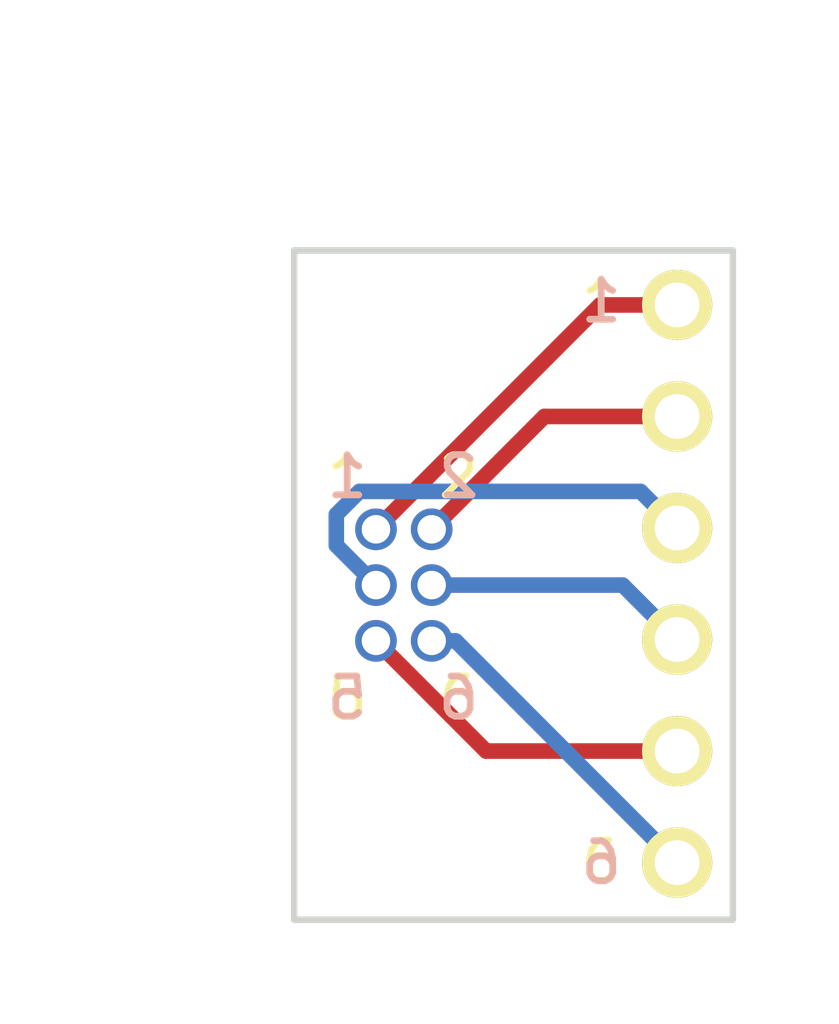
<source format=kicad_pcb>
(kicad_pcb (version 20171130) (host pcbnew "(5.1.5)-3")

  (general
    (thickness 1.6)
    (drawings 36)
    (tracks 15)
    (zones 0)
    (modules 2)
    (nets 7)
  )

  (page A4)
  (layers
    (0 F.Cu signal)
    (31 B.Cu signal)
    (32 B.Adhes user)
    (33 F.Adhes user)
    (34 B.Paste user)
    (35 F.Paste user)
    (36 B.SilkS user)
    (37 F.SilkS user)
    (38 B.Mask user)
    (39 F.Mask user)
    (40 Dwgs.User user)
    (41 Cmts.User user hide)
    (42 Eco1.User user)
    (43 Eco2.User user)
    (44 Edge.Cuts user)
    (45 Margin user)
    (46 B.CrtYd user)
    (47 F.CrtYd user)
    (48 B.Fab user)
    (49 F.Fab user)
  )

  (setup
    (last_trace_width 0.3556)
    (trace_clearance 0.2032)
    (zone_clearance 0.1524)
    (zone_45_only no)
    (trace_min 0.2)
    (via_size 1)
    (via_drill 0.5)
    (via_min_size 0.4)
    (via_min_drill 0.3)
    (uvia_size 0.3)
    (uvia_drill 0.1)
    (uvias_allowed no)
    (uvia_min_size 0.2)
    (uvia_min_drill 0.1)
    (edge_width 0.15)
    (segment_width 0.15)
    (pcb_text_width 0.3)
    (pcb_text_size 1.5 1.5)
    (mod_edge_width 0.15)
    (mod_text_size 1 1)
    (mod_text_width 0.15)
    (pad_size 1.524 1.524)
    (pad_drill 0.762)
    (pad_to_mask_clearance 0.2)
    (aux_axis_origin 0 0)
    (visible_elements 7FFFFF7F)
    (pcbplotparams
      (layerselection 0x010f0_ffffffff)
      (usegerberextensions true)
      (usegerberattributes false)
      (usegerberadvancedattributes false)
      (creategerberjobfile false)
      (excludeedgelayer true)
      (linewidth 0.100000)
      (plotframeref false)
      (viasonmask false)
      (mode 1)
      (useauxorigin false)
      (hpglpennumber 1)
      (hpglpenspeed 20)
      (hpglpendiameter 15.000000)
      (psnegative false)
      (psa4output false)
      (plotreference true)
      (plotvalue true)
      (plotinvisibletext false)
      (padsonsilk false)
      (subtractmaskfromsilk true)
      (outputformat 1)
      (mirror false)
      (drillshape 0)
      (scaleselection 1)
      (outputdirectory "gerber/"))
  )

  (net 0 "")
  (net 1 /1)
  (net 2 /2)
  (net 3 /3)
  (net 4 /4)
  (net 5 /5)
  (net 6 /6)

  (net_class Default "これはデフォルトのネット クラスです。"
    (clearance 0.2032)
    (trace_width 0.3556)
    (via_dia 1)
    (via_drill 0.5)
    (uvia_dia 0.3)
    (uvia_drill 0.1)
    (add_net /1)
    (add_net /2)
    (add_net /3)
    (add_net /4)
    (add_net /5)
    (add_net /6)
  )

  (module user:USER_DILhalf_3X2_NoSilk (layer F.Cu) (tedit 5EAA12D1) (tstamp 5EAA85B6)
    (at 52.5 132.25)
    (path /5C2842FE)
    (fp_text reference J1 (at 0 -2.667) (layer Dwgs.User) hide
      (effects (font (size 1.016 1.016) (thickness 0.1778)))
    )
    (fp_text value 1.27_2x3P (at 0 2.667) (layer Dwgs.User) hide
      (effects (font (size 0.9144 0.9144) (thickness 0.1524)))
    )
    (fp_line (start 1.27 -1.905) (end 1.27 1.905) (layer Dwgs.User) (width 0.1))
    (fp_line (start 1.27 1.905) (end -1.27 1.905) (layer Dwgs.User) (width 0.1))
    (fp_line (start -1.27 1.905) (end -1.27 -1.905) (layer Dwgs.User) (width 0.1))
    (fp_line (start -1.27 -1.905) (end 1.27 -1.905) (layer Dwgs.User) (width 0.1))
    (fp_line (start -2.5 5.005) (end 2.5 5.005) (layer Dwgs.User) (width 0.15))
    (fp_line (start -2.5 -5.005) (end -2.5 5.005) (layer Dwgs.User) (width 0.15))
    (fp_line (start 2.5 -5.005) (end -2.5 -5.005) (layer Dwgs.User) (width 0.15))
    (fp_line (start 2.5 5.005) (end 2.5 -5.005) (layer Dwgs.User) (width 0.15))
    (pad 1 thru_hole circle (at -0.635 -1.27) (size 0.95 0.95) (drill 0.65) (layers *.Cu *.Mask)
      (net 1 /1))
    (pad 2 thru_hole circle (at 0.635 -1.27) (size 0.95 0.95) (drill 0.65) (layers *.Cu *.Mask)
      (net 2 /2))
    (pad 3 thru_hole circle (at -0.635 0) (size 0.95 0.95) (drill 0.65) (layers *.Cu *.Mask)
      (net 3 /3))
    (pad 4 thru_hole circle (at 0.635 0) (size 0.95 0.95) (drill 0.65) (layers *.Cu *.Mask)
      (net 4 /4))
    (pad 5 thru_hole circle (at -0.635 1.27) (size 0.95 0.95) (drill 0.65) (layers *.Cu *.Mask)
      (net 5 /5))
    (pad 6 thru_hole circle (at 0.635 1.27) (size 0.95 0.95) (drill 0.65) (layers *.Cu *.Mask)
      (net 6 /6))
  )

  (module user:USER_SIL-6_NoSilk (layer F.Cu) (tedit 5AEDBC8C) (tstamp 5EAA85C7)
    (at 58.73 132.22 270)
    (descr "Connecteur 3 pins")
    (tags "CONN DEV")
    (path /5C285000)
    (fp_text reference J2 (at 0 -2.032 90) (layer F.SilkS) hide
      (effects (font (size 1.016 1.016) (thickness 0.1778)))
    )
    (fp_text value 2.54_1x6P (at 0 2.54 90) (layer F.SilkS) hide
      (effects (font (size 1.016 1.016) (thickness 0.1778)))
    )
    (fp_line (start -7.62 1.27) (end -7.62 -1.27) (layer F.Fab) (width 0.3048))
    (fp_line (start -7.62 -1.27) (end 7.62 -1.27) (layer F.Fab) (width 0.3048))
    (fp_line (start 7.62 -1.27) (end 7.62 1.27) (layer F.Fab) (width 0.3048))
    (fp_line (start 7.62 1.27) (end -7.62 1.27) (layer F.Fab) (width 0.3048))
    (pad 1 thru_hole circle (at -6.35 0 270) (size 1.6 1.6) (drill 1.02) (layers *.Cu *.Mask F.SilkS)
      (net 1 /1))
    (pad 2 thru_hole circle (at -3.81 0 270) (size 1.6 1.6) (drill 1.02) (layers *.Cu *.Mask F.SilkS)
      (net 2 /2))
    (pad 3 thru_hole circle (at -1.27 0 270) (size 1.6 1.6) (drill 1.02) (layers *.Cu *.Mask F.SilkS)
      (net 3 /3))
    (pad 4 thru_hole circle (at 1.27 0 270) (size 1.6 1.6) (drill 1.02) (layers *.Cu *.Mask F.SilkS)
      (net 4 /4))
    (pad 5 thru_hole circle (at 3.81 0 270) (size 1.6 1.6) (drill 1.02) (layers *.Cu *.Mask F.SilkS)
      (net 5 /5))
    (pad 6 thru_hole circle (at 6.35 0 270) (size 1.6 1.6) (drill 1.02) (layers *.Cu *.Mask F.SilkS)
      (net 6 /6))
  )

  (dimension 15.24 (width 0.15) (layer Dwgs.User)
    (gr_text 15.24 (at 46.96 132.25 90) (layer Dwgs.User)
      (effects (font (size 1 1) (thickness 0.15)))
    )
    (feature1 (pts (xy 50 124.63) (xy 47.673579 124.63)))
    (feature2 (pts (xy 50 139.87) (xy 47.673579 139.87)))
    (crossbar (pts (xy 48.26 139.87) (xy 48.26 124.63)))
    (arrow1a (pts (xy 48.26 124.63) (xy 48.846421 125.756504)))
    (arrow1b (pts (xy 48.26 124.63) (xy 47.673579 125.756504)))
    (arrow2a (pts (xy 48.26 139.87) (xy 48.846421 138.743496)))
    (arrow2b (pts (xy 48.26 139.87) (xy 47.673579 138.743496)))
  )
  (dimension 10 (width 0.15) (layer Dwgs.User)
    (gr_text 10 (at 55 142.904999) (layer Dwgs.User)
      (effects (font (size 1 1) (thickness 0.15)))
    )
    (feature1 (pts (xy 60 139.87) (xy 60 142.19142)))
    (feature2 (pts (xy 50 139.87) (xy 50 142.19142)))
    (crossbar (pts (xy 50 141.604999) (xy 60 141.604999)))
    (arrow1a (pts (xy 60 141.604999) (xy 58.873496 142.19142)))
    (arrow1b (pts (xy 60 141.604999) (xy 58.873496 141.018578)))
    (arrow2a (pts (xy 50 141.604999) (xy 51.126504 142.19142)))
    (arrow2b (pts (xy 50 141.604999) (xy 51.126504 141.018578)))
  )
  (gr_text 2.5 (at 51.8 140.59) (layer F.CrtYd) (tstamp 5EAAC298)
    (effects (font (size 1.5 1.5) (thickness 0.3)))
  )
  (gr_line (start 52.49 139) (end 53.02 138.49) (angle 90) (layer F.CrtYd) (width 0.1))
  (gr_line (start 52.49 139) (end 53.04 139.53) (angle 90) (layer F.CrtYd) (width 0.1))
  (gr_line (start 52.5 139) (end 54.28 139) (angle 90) (layer F.CrtYd) (width 0.1))
  (gr_line (start 50 139.01) (end 49.6 138.61) (angle 90) (layer F.CrtYd) (width 0.1))
  (gr_line (start 50.01 139) (end 49.6 139.39) (angle 90) (layer F.CrtYd) (width 0.1))
  (gr_line (start 50 139) (end 48.26 139) (angle 90) (layer F.CrtYd) (width 0.1))
  (gr_line (start 50 132.22) (end 50 139) (angle 90) (layer F.CrtYd) (width 0.1))
  (gr_line (start 52.5 132.22) (end 52.5 139) (angle 90) (layer F.CrtYd) (width 0.1))
  (gr_text 1.27 (at 59.64 120.33) (layer F.CrtYd)
    (effects (font (size 1.5 1.5) (thickness 0.3)))
  )
  (gr_line (start 60.01 121.78) (end 60.31 122.11) (angle 90) (layer F.CrtYd) (width 0.1))
  (gr_line (start 60.03 121.8) (end 60.3 121.5) (angle 90) (layer F.CrtYd) (width 0.1))
  (gr_line (start 60.01 121.79) (end 60.9 121.79) (angle 90) (layer F.CrtYd) (width 0.1))
  (gr_line (start 58.73 121.79) (end 58.46 121.51) (angle 90) (layer F.CrtYd) (width 0.1))
  (gr_line (start 58.73 121.79) (end 58.44 122.1) (angle 90) (layer F.CrtYd) (width 0.1))
  (gr_line (start 58.72 121.79) (end 57.73 121.79) (angle 90) (layer F.CrtYd) (width 0.1))
  (gr_line (start 60 124.6) (end 60 121.39) (angle 90) (layer F.CrtYd) (width 0.1))
  (gr_line (start 58.73 124.6) (end 58.73 121.39) (angle 90) (layer F.CrtYd) (width 0.1))
  (gr_line (start 50 139.87) (end 60 139.87) (angle 90) (layer Edge.Cuts) (width 0.15))
  (gr_line (start 50 124.63) (end 60 124.63) (angle 90) (layer Edge.Cuts) (width 0.15))
  (gr_line (start 50 124.63) (end 50 139.87) (angle 90) (layer Edge.Cuts) (width 0.15) (tstamp 5C285847))
  (gr_line (start 60 139.87) (end 60 124.63) (angle 90) (layer Edge.Cuts) (width 0.15) (tstamp 5C285845))
  (gr_text 1 (at 51.21 129.78) (layer F.SilkS) (tstamp 5C285843)
    (effects (font (size 0.9144 0.9144) (thickness 0.1524)))
  )
  (gr_text 2 (at 53.75 129.78) (layer F.SilkS) (tstamp 5C285842)
    (effects (font (size 0.9144 0.9144) (thickness 0.1524)))
  )
  (gr_text 5 (at 51.21 134.82) (layer F.SilkS) (tstamp 5C285841)
    (effects (font (size 0.9144 0.9144) (thickness 0.1524)))
  )
  (gr_text 6 (at 53.75 134.82) (layer F.SilkS) (tstamp 5C285840)
    (effects (font (size 0.9144 0.9144) (thickness 0.1524)))
  )
  (gr_text 1 (at 57 125.78) (layer F.SilkS) (tstamp 5C28583F)
    (effects (font (size 0.9144 0.9144) (thickness 0.1524)))
  )
  (gr_text 6 (at 57 138.557) (layer F.SilkS) (tstamp 5C28583E)
    (effects (font (size 0.9144 0.9144) (thickness 0.1524)))
  )
  (gr_text 1 (at 57 125.78) (layer B.SilkS) (tstamp 5C28583D)
    (effects (font (size 0.9144 0.9144) (thickness 0.1524)) (justify mirror))
  )
  (gr_text 6 (at 57 138.57) (layer B.SilkS) (tstamp 5C855BCA)
    (effects (font (size 0.9144 0.9144) (thickness 0.1524)) (justify mirror))
  )
  (gr_text 2 (at 53.75 129.78) (layer B.SilkS) (tstamp 5C28583B)
    (effects (font (size 0.9144 0.9144) (thickness 0.1524)) (justify mirror))
  )
  (gr_text 1 (at 51.21 129.78) (layer B.SilkS) (tstamp 5C28583A)
    (effects (font (size 0.9144 0.9144) (thickness 0.1524)) (justify mirror))
  )
  (gr_text 5 (at 51.21 134.82) (layer B.SilkS) (tstamp 5C285839)
    (effects (font (size 0.9144 0.9144) (thickness 0.1524)) (justify mirror))
  )
  (gr_text 6 (at 53.75 134.82) (layer B.SilkS) (tstamp 5C285838)
    (effects (font (size 0.9144 0.9144) (thickness 0.1524)) (justify mirror))
  )

  (segment (start 58.73 125.87) (end 56.975 125.87) (width 0.3556) (layer F.Cu) (net 1))
  (segment (start 56.975 125.87) (end 51.865 130.98) (width 0.3556) (layer F.Cu) (net 1))
  (segment (start 58.73 128.41) (end 55.705 128.41) (width 0.3556) (layer F.Cu) (net 2))
  (segment (start 55.705 128.41) (end 53.135 130.98) (width 0.3556) (layer F.Cu) (net 2))
  (segment (start 58.73 130.95) (end 57.897 130.117) (width 0.3556) (layer B.Cu) (net 3))
  (segment (start 57.897 130.117) (end 51.4868 130.117) (width 0.3556) (layer B.Cu) (net 3))
  (segment (start 51.4868 130.117) (end 50.9614 130.6424) (width 0.3556) (layer B.Cu) (net 3))
  (segment (start 50.9614 130.6424) (end 50.9614 131.3464) (width 0.3556) (layer B.Cu) (net 3))
  (segment (start 50.9614 131.3464) (end 51.865 132.25) (width 0.3556) (layer B.Cu) (net 3))
  (segment (start 58.73 133.49) (end 57.49 132.25) (width 0.3556) (layer B.Cu) (net 4))
  (segment (start 57.49 132.25) (end 53.135 132.25) (width 0.3556) (layer B.Cu) (net 4))
  (segment (start 58.73 136.03) (end 54.375 136.03) (width 0.3556) (layer F.Cu) (net 5))
  (segment (start 54.375 136.03) (end 51.865 133.52) (width 0.3556) (layer F.Cu) (net 5))
  (segment (start 58.73 138.57) (end 53.68 133.52) (width 0.3556) (layer B.Cu) (net 6))
  (segment (start 53.68 133.52) (end 53.135 133.52) (width 0.3556) (layer B.Cu) (net 6))

)

</source>
